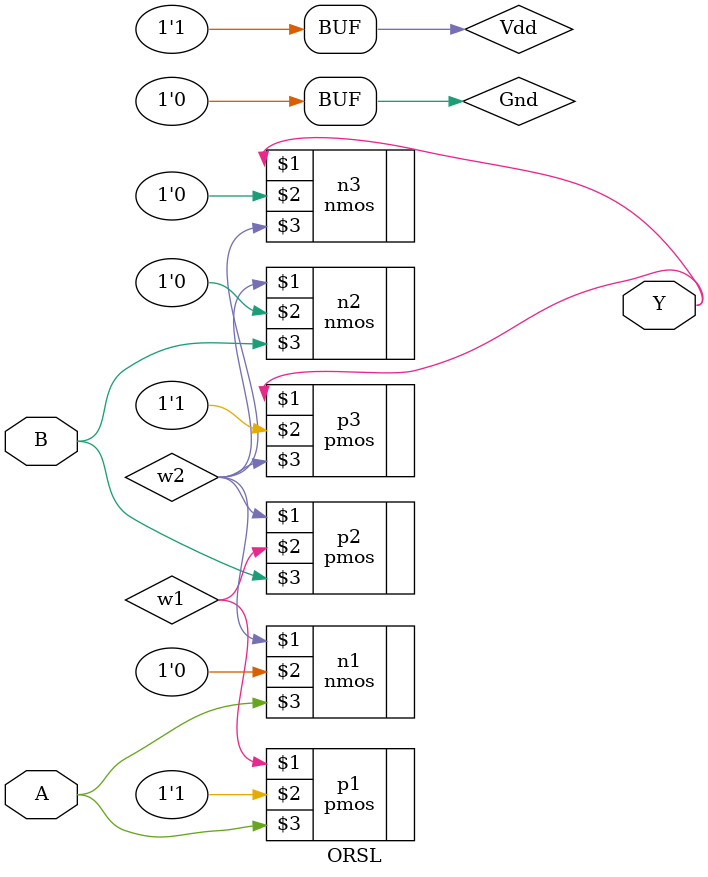
<source format=v>
module ORSL(A,B,Y);
input A,B;
output Y;
supply1 Vdd;
supply0 Gnd;
wire w1,w2;
pmos p1(w1,Vdd,A);
pmos p2(w2,w1,B);
nmos n1(w2,Gnd,A);
nmos n2(w2,Gnd,B);
pmos p3(Y,Vdd,w2);
nmos n3(Y,Gnd,w2);
endmodule

</source>
